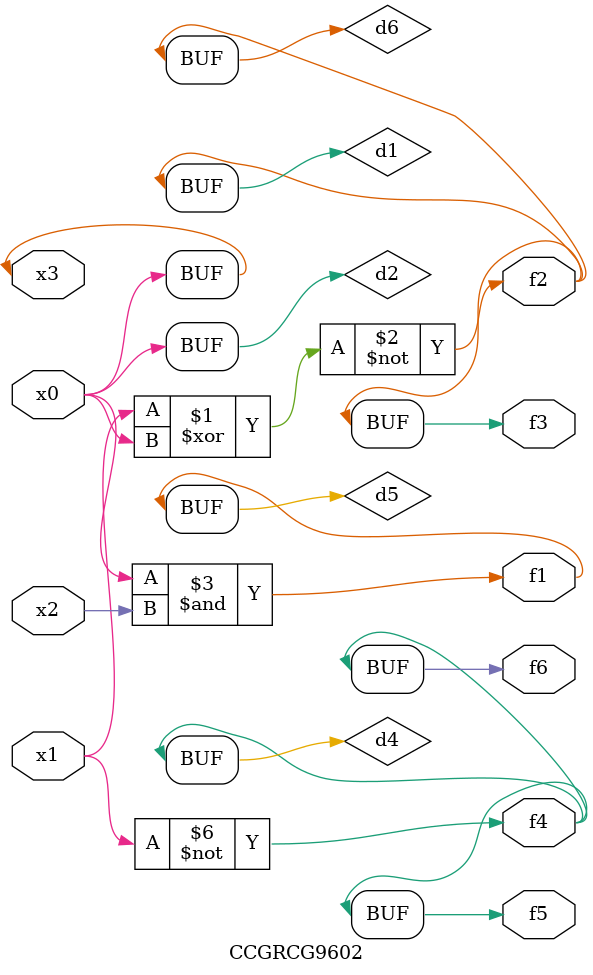
<source format=v>
module CCGRCG9602(
	input x0, x1, x2, x3,
	output f1, f2, f3, f4, f5, f6
);

	wire d1, d2, d3, d4, d5, d6;

	xnor (d1, x1, x3);
	buf (d2, x0, x3);
	nand (d3, x0, x2);
	not (d4, x1);
	nand (d5, d3);
	or (d6, d1);
	assign f1 = d5;
	assign f2 = d6;
	assign f3 = d6;
	assign f4 = d4;
	assign f5 = d4;
	assign f6 = d4;
endmodule

</source>
